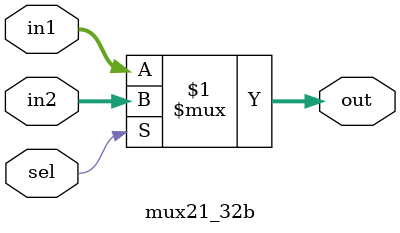
<source format=v>
`timescale 1ns / 1ps

/*
/////////////////////////////////////////////
//// COA LAB Assignment 6                ////
//// Group Number 23                     ////
//// Ashwani Kumar Kamal (20CS10011)     ////
//// Astitva (20CS30007)                 ////
/////////////////////////////////////////////
*/

// A 2x1 mux with 32-bit output

module mux21_32b(
    input [31:0] in1, 
    input [31:0] in2, 
    input sel, 
    output [31:0] out
    );
    
    assign out = (sel) ? in2 : in1;

endmodule
</source>
